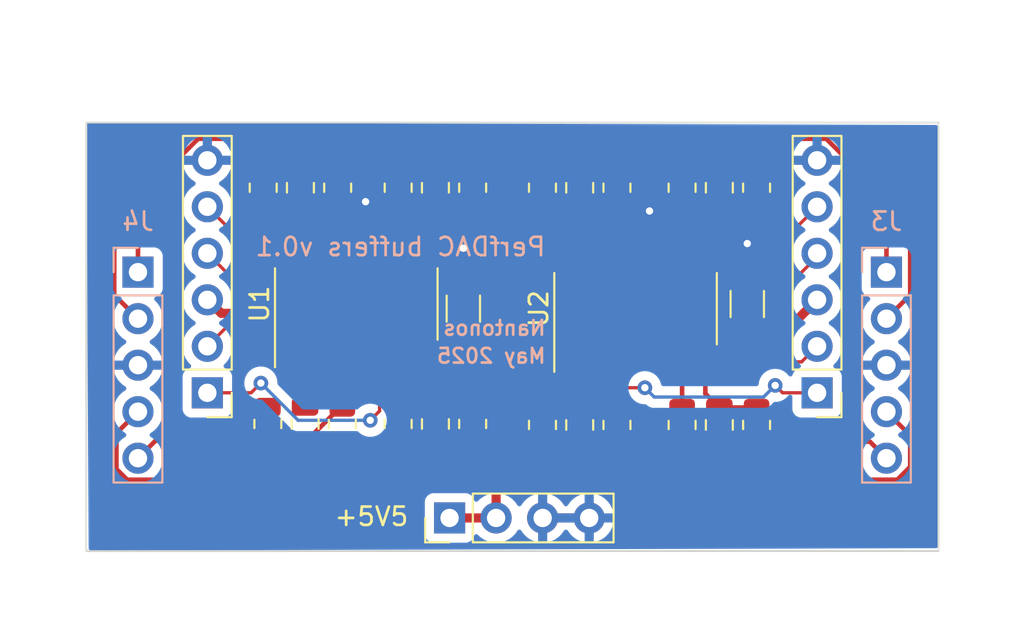
<source format=kicad_pcb>
(kicad_pcb (version 20240108) (generator "pcbnew") (generator_version "8.0")
  (layers (0 "F.Cu" signal) (31 "B.Cu" signal) (34 "B.Paste" user) (35 "F.Paste" user) (36 "B.SilkS" user "B.Silkscreen") (37 "F.SilkS" user "F.Silkscreen") (38 "B.Mask" user) (39 "F.Mask" user) (44 "Edge.Cuts" user))
  (net 0 "")
  (net 1 "GND")
  (net 2 "+5V")
  (net 3 "/fb_G")
  (net 4 "VOUT_G")
  (net 5 "/fb_E")
  (net 6 "VOUT_E")
  (net 7 "/c_G")
  (net 8 "/c_E")
  (net 9 "/fb_A")
  (net 10 "/c_A")
  (net 11 "/c_C")
  (net 12 "/fb_C")
  (net 13 "VOUT_C")
  (net 14 "VOUT_A")
  (net 15 "/c_F")
  (net 16 "/fb_F")
  (net 17 "/c_B")
  (net 18 "/fb_B")
  (net 19 "/c_H")
  (net 20 "/fb_H")
  (net 21 "/fb_D")
  (net 22 "/c_D")
  (net 23 "VOUT_F")
  (net 24 "VOUT_D")
  (net 25 "VOUT_H")
  (net 26 "VOUT_B")
  (net 27 "out_B")
  (net 28 "out_D")
  (net 29 "out_H")
  (net 30 "out_F")
  (net 31 "out_A")
  (net 32 "out_C")
  (net 33 "out_G")
  (net 34 "out_E")
  (footprint "Resistor_SMD:R_0805_2012Metric" (layer "F.Cu") (at 83.82 63.754 -90)
    (property "Reference" "R11" (hide yes))
    (property "Value" "4k7")
    (pad "1" smd roundrect (at -0.9125 0 270) (size 1.025 1.4) (layers "F.Cu" "F.Paste" "F.Mask") (roundrect_rratio 0.243902) (net 16 "/fb_F"))
    (pad "2" smd roundrect (at 0.9125 0 270) (size 1.025 1.4) (layers "F.Cu" "F.Paste" "F.Mask") (roundrect_rratio 0.243902) (net 30 "out_F"))
  )
  (footprint "Resistor_SMD:R_0805_2012Metric" (layer "F.Cu") (at 83.82 50.8 90)
    (property "Reference" "R12" (hide yes))
    (property "Value" "4k7")
    (pad "1" smd roundrect (at -0.9125 0 90) (size 1.025 1.4) (layers "F.Cu" "F.Paste" "F.Mask") (roundrect_rratio 0.243902) (net 18 "/fb_B"))
    (pad "2" smd roundrect (at 0.9125 0 90) (size 1.025 1.4) (layers "F.Cu" "F.Paste" "F.Mask") (roundrect_rratio 0.243902) (net 27 "out_B"))
  )
  (footprint "EuroRackTools:SOIC-14_3.9x8.7mm_P1.27mm" (layer "F.Cu") (at 84.836 57.404)
    (property "Reference" "U2" (at -5.28 0 90) (layer "F.SilkS"))
    (property "Value" "OPA4340UA")
    (pad "1" smd roundrect (at -3.81 2.475 90) (size 1.95 0.6) (layers "F.Cu" "F.Paste" "F.Mask") (net 15 "/c_F"))
    (pad "2" smd roundrect (at -2.54 2.475 90) (size 1.95 0.6) (layers "F.Cu" "F.Paste" "F.Mask") (net 16 "/fb_F"))
    (pad "3" smd roundrect (at -1.27 2.475 90) (size 1.95 0.6) (layers "F.Cu" "F.Paste" "F.Mask") (net 23 "VOUT_F"))
    (pad "4" smd roundrect (at 0 2.475 90) (size 1.95 0.6) (layers "F.Cu" "F.Paste" "F.Mask") (net 2 "+5V"))
    (pad "5" smd roundrect (at 1.27 2.475 90) (size 1.95 0.6) (layers "F.Cu" "F.Paste" "F.Mask") (net 25 "VOUT_H"))
    (pad "6" smd roundrect (at 2.54 2.475 90) (size 1.95 0.6) (layers "F.Cu" "F.Paste" "F.Mask") (net 20 "/fb_H"))
    (pad "7" smd roundrect (at 3.81 2.475 90) (size 1.95 0.6) (layers "F.Cu" "F.Paste" "F.Mask") (net 19 "/c_H"))
    (pad "8" smd roundrect (at 3.81 -2.475 90) (size 1.95 0.6) (layers "F.Cu" "F.Paste" "F.Mask") (net 22 "/c_D"))
    (pad "9" smd roundrect (at 2.54 -2.475 90) (size 1.95 0.6) (layers "F.Cu" "F.Paste" "F.Mask") (net 21 "/fb_D"))
    (pad "10" smd roundrect (at 1.27 -2.475 90) (size 1.95 0.6) (layers "F.Cu" "F.Paste" "F.Mask") (net 24 "VOUT_D"))
    (pad "11" smd roundrect (at 0 -2.475 90) (size 1.95 0.6) (layers "F.Cu" "F.Paste" "F.Mask") (net 1 "GND"))
    (pad "12" smd roundrect (at -1.27 -2.475 90) (size 1.95 0.6) (layers "F.Cu" "F.Paste" "F.Mask") (net 26 "VOUT_B"))
    (pad "13" smd roundrect (at -2.54 -2.475 90) (size 1.95 0.6) (layers "F.Cu" "F.Paste" "F.Mask") (net 18 "/fb_B"))
    (pad "14" smd roundrect (at -3.81 -2.475 90) (size 1.95 0.6) (layers "F.Cu" "F.Paste" "F.Mask") (net 17 "/c_B"))
  )
  (footprint "Capacitor_SMD:C_0805_2012Metric" (layer "F.Cu") (at 89.408 50.8 90)
    (property "Reference" "C13" (hide yes))
    (property "Value" "100pF")
    (pad "1" smd roundrect (at -0.95 0 90) (size 1 1.45) (layers "F.Cu" "F.Paste" "F.Mask") (net 22 "/c_D"))
    (pad "2" smd roundrect (at 0.95 0 90) (size 1 1.45) (layers "F.Cu" "F.Paste" "F.Mask") (net 21 "/fb_D"))
  )
  (footprint "Resistor_SMD:R_0805_2012Metric" (layer "F.Cu") (at 71.882 63.7 -90)
    (property "Reference" "R5" (hide yes))
    (property "Value" "4k7")
    (pad "1" smd roundrect (at -0.9125 0 270) (size 1.025 1.4) (layers "F.Cu" "F.Paste" "F.Mask") (roundrect_rratio 0.243902) (net 5 "/fb_E"))
    (pad "2" smd roundrect (at 0.9125 0 270) (size 1.025 1.4) (layers "F.Cu" "F.Paste" "F.Mask") (roundrect_rratio 0.243902) (net 34 "out_E"))
  )
  (footprint "Connector_PinHeader_2.54mm:PinHeader_1x06_P2.54mm_Vertical" (layer "F.Cu") (at 61.468 62 180)
    (property "Reference" "J1" (hide yes))
    (property "Value" "Conn_01x06_Pin")
    (pad "1" thru_hole rect (at 0 0 180) (size 1.7 1.7) (drill 1) (layers "*.Cu" "*.Mask" "In1.Cu" "In2.Cu" "In3.Cu" "In4.Cu" "In5.Cu" "In6.Cu" "In7.Cu" "In8.Cu" "In9.Cu" "In10.Cu" "In11.Cu" "In12.Cu" "In13.Cu" "In14.Cu" "In15.Cu" "In16.Cu" "In17.Cu" "In18.Cu" "In19.Cu" "In20.Cu" "In21.Cu" "In22.Cu" "In23.Cu" "In24.Cu" "In25.Cu" "In26.Cu" "In27.Cu" "In28.Cu" "In29.Cu" "In30.Cu") (net 6 "VOUT_E"))
    (pad "2" thru_hole oval (at 0 2.54 180) (size 1.7 1.7) (drill 1) (layers "*.Cu" "*.Mask" "In1.Cu" "In2.Cu" "In3.Cu" "In4.Cu" "In5.Cu" "In6.Cu" "In7.Cu" "In8.Cu" "In9.Cu" "In10.Cu" "In11.Cu" "In12.Cu" "In13.Cu" "In14.Cu" "In15.Cu" "In16.Cu" "In17.Cu" "In18.Cu" "In19.Cu" "In20.Cu" "In21.Cu" "In22.Cu" "In23.Cu" "In24.Cu" "In25.Cu" "In26.Cu" "In27.Cu" "In28.Cu" "In29.Cu" "In30.Cu") (net 4 "VOUT_G"))
    (pad "3" thru_hole oval (at 0 5.08 180) (size 1.7 1.7) (drill 1) (layers "*.Cu" "*.Mask" "In1.Cu" "In2.Cu" "In3.Cu" "In4.Cu" "In5.Cu" "In6.Cu" "In7.Cu" "In8.Cu" "In9.Cu" "In10.Cu" "In11.Cu" "In12.Cu" "In13.Cu" "In14.Cu" "In15.Cu" "In16.Cu" "In17.Cu" "In18.Cu" "In19.Cu" "In20.Cu" "In21.Cu" "In22.Cu" "In23.Cu" "In24.Cu" "In25.Cu" "In26.Cu" "In27.Cu" "In28.Cu" "In29.Cu" "In30.Cu") (net 2 "+5V"))
    (pad "4" thru_hole oval (at 0 7.62 180) (size 1.7 1.7) (drill 1) (layers "*.Cu" "*.Mask" "In1.Cu" "In2.Cu" "In3.Cu" "In4.Cu" "In5.Cu" "In6.Cu" "In7.Cu" "In8.Cu" "In9.Cu" "In10.Cu" "In11.Cu" "In12.Cu" "In13.Cu" "In14.Cu" "In15.Cu" "In16.Cu" "In17.Cu" "In18.Cu" "In19.Cu" "In20.Cu" "In21.Cu" "In22.Cu" "In23.Cu" "In24.Cu" "In25.Cu" "In26.Cu" "In27.Cu" "In28.Cu" "In29.Cu" "In30.Cu") (net 14 "VOUT_A"))
    (pad "5" thru_hole oval (at 0 10.16 180) (size 1.7 1.7) (drill 1) (layers "*.Cu" "*.Mask" "In1.Cu" "In2.Cu" "In3.Cu" "In4.Cu" "In5.Cu" "In6.Cu" "In7.Cu" "In8.Cu" "In9.Cu" "In10.Cu" "In11.Cu" "In12.Cu" "In13.Cu" "In14.Cu" "In15.Cu" "In16.Cu" "In17.Cu" "In18.Cu" "In19.Cu" "In20.Cu" "In21.Cu" "In22.Cu" "In23.Cu" "In24.Cu" "In25.Cu" "In26.Cu" "In27.Cu" "In28.Cu" "In29.Cu" "In30.Cu") (net 13 "VOUT_C"))
    (pad "6" thru_hole oval (at 0 12.7 180) (size 1.7 1.7) (drill 1) (layers "*.Cu" "*.Mask" "In1.Cu" "In2.Cu" "In3.Cu" "In4.Cu" "In5.Cu" "In6.Cu" "In7.Cu" "In8.Cu" "In9.Cu" "In10.Cu" "In11.Cu" "In12.Cu" "In13.Cu" "In14.Cu" "In15.Cu" "In16.Cu" "In17.Cu" "In18.Cu" "In19.Cu" "In20.Cu" "In21.Cu" "In22.Cu" "In23.Cu" "In24.Cu" "In25.Cu" "In26.Cu" "In27.Cu" "In28.Cu" "In29.Cu" "In30.Cu") (net 1 "GND"))
  )
  (footprint "Resistor_SMD:R_0805_2012Metric" (layer "F.Cu") (at 71.882 50.8 90)
    (property "Reference" "R7" (hide yes))
    (property "Value" "4k7")
    (pad "1" smd roundrect (at -0.9125 0 90) (size 1.025 1.4) (layers "F.Cu" "F.Paste" "F.Mask") (roundrect_rratio 0.243902) (net 9 "/fb_A"))
    (pad "2" smd roundrect (at 0.9125 0 90) (size 1.025 1.4) (layers "F.Cu" "F.Paste" "F.Mask") (roundrect_rratio 0.243902) (net 31 "out_A"))
  )
  (footprint "Resistor_SMD:R_0805_2012Metric" (layer "F.Cu") (at 64.77 63.7 -90)
    (property "Reference" "R3" (hide yes))
    (property "Value" "47R")
    (pad "1" smd roundrect (at -0.9125 0 270) (size 1.025 1.4) (layers "F.Cu" "F.Paste" "F.Mask") (roundrect_rratio 0.243902) (net 7 "/c_G"))
    (pad "2" smd roundrect (at 0.9125 0 270) (size 1.025 1.4) (layers "F.Cu" "F.Paste" "F.Mask") (roundrect_rratio 0.243902) (net 33 "out_G"))
  )
  (footprint "Resistor_SMD:R_0805_2012Metric" (layer "F.Cu") (at 68.834 63.7 -90)
    (property "Reference" "R4" (hide yes))
    (property "Value" "4k7")
    (pad "1" smd roundrect (at -0.9125 0 270) (size 1.025 1.4) (layers "F.Cu" "F.Paste" "F.Mask") (roundrect_rratio 0.243902) (net 3 "/fb_G"))
    (pad "2" smd roundrect (at 0.9125 0 270) (size 1.025 1.4) (layers "F.Cu" "F.Paste" "F.Mask") (roundrect_rratio 0.243902) (net 33 "out_G"))
  )
  (footprint "Resistor_SMD:R_0805_2012Metric" (layer "F.Cu") (at 68.58 50.8 90)
    (property "Reference" "R8" (hide yes))
    (property "Value" "4k7")
    (pad "1" smd roundrect (at -0.9125 0 90) (size 1.025 1.4) (layers "F.Cu" "F.Paste" "F.Mask") (roundrect_rratio 0.243902) (net 12 "/fb_C"))
    (pad "2" smd roundrect (at 0.9125 0 90) (size 1.025 1.4) (layers "F.Cu" "F.Paste" "F.Mask") (roundrect_rratio 0.243902) (net 32 "out_C"))
  )
  (footprint "Resistor_SMD:R_0805_2012Metric" (layer "F.Cu") (at 75.946 50.8 90)
    (property "Reference" "R9" (hide yes))
    (property "Value" "47R")
    (pad "1" smd roundrect (at -0.9125 0 90) (size 1.025 1.4) (layers "F.Cu" "F.Paste" "F.Mask") (roundrect_rratio 0.243902) (net 10 "/c_A"))
    (pad "2" smd roundrect (at 0.9125 0 90) (size 1.025 1.4) (layers "F.Cu" "F.Paste" "F.Mask") (roundrect_rratio 0.243902) (net 31 "out_A"))
  )
  (footprint "Capacitor_SMD:C_0805_2012Metric" (layer "F.Cu") (at 66.548 50.8 90)
    (property "Reference" "C9" (hide yes))
    (property "Value" "100pF")
    (pad "1" smd roundrect (at -0.95 0 90) (size 1 1.45) (layers "F.Cu" "F.Paste" "F.Mask") (net 11 "/c_C"))
    (pad "2" smd roundrect (at 0.95 0 90) (size 1 1.45) (layers "F.Cu" "F.Paste" "F.Mask") (net 12 "/fb_C"))
  )
  (footprint "Capacitor_SMD:C_0805_2012Metric" (layer "F.Cu") (at 73.914 50.8 90)
    (property "Reference" "C8" (hide yes))
    (property "Value" "100pF")
    (pad "1" smd roundrect (at -0.95 0 90) (size 1 1.45) (layers "F.Cu" "F.Paste" "F.Mask") (net 10 "/c_A"))
    (pad "2" smd roundrect (at 0.95 0 90) (size 1 1.45) (layers "F.Cu" "F.Paste" "F.Mask") (net 9 "/fb_A"))
  )
  (footprint "Resistor_SMD:R_0805_2012Metric" (layer "F.Cu") (at 79.756 50.8 90)
    (property "Reference" "R16" (hide yes))
    (property "Value" "47R")
    (pad "1" smd roundrect (at -0.9125 0 90) (size 1.025 1.4) (layers "F.Cu" "F.Paste" "F.Mask") (roundrect_rratio 0.243902) (net 17 "/c_B"))
    (pad "2" smd roundrect (at 0.9125 0 90) (size 1.025 1.4) (layers "F.Cu" "F.Paste" "F.Mask") (roundrect_rratio 0.243902) (net 27 "out_B"))
  )
  (footprint "Capacitor_SMD:C_1206_3216Metric_Pad1.33x1.80mm_HandSolder" (layer "F.Cu") (at 90.932 57.15 90)
    (property "Reference" "C14" (hide yes))
    (property "Value" "100nF")
    (pad "1" smd roundrect (at -1.5625 0 90) (size 1.325 1.8) (layers "F.Cu" "F.Paste" "F.Mask") (roundrect_rratio 0.188679) (net 2 "+5V"))
    (pad "2" smd roundrect (at 1.5625 0 90) (size 1.325 1.8) (layers "F.Cu" "F.Paste" "F.Mask") (roundrect_rratio 0.188679) (net 1 "GND"))
  )
  (footprint "Capacitor_SMD:C_0805_2012Metric" (layer "F.Cu") (at 81.788 50.8 90)
    (property "Reference" "C11" (hide yes))
    (property "Value" "100pF")
    (pad "1" smd roundrect (at -0.95 0 90) (size 1 1.45) (layers "F.Cu" "F.Paste" "F.Mask") (net 17 "/c_B"))
    (pad "2" smd roundrect (at 0.95 0 90) (size 1 1.45) (layers "F.Cu" "F.Paste" "F.Mask") (net 18 "/fb_B"))
  )
  (footprint "Resistor_SMD:R_0805_2012Metric" (layer "F.Cu") (at 91.44 50.8 90)
    (property "Reference" "R18" (hide yes))
    (property "Value" "47R")
    (pad "1" smd roundrect (at -0.9125 0 90) (size 1.025 1.4) (layers "F.Cu" "F.Paste" "F.Mask") (roundrect_rratio 0.243902) (net 22 "/c_D"))
    (pad "2" smd roundrect (at 0.9125 0 90) (size 1.025 1.4) (layers "F.Cu" "F.Paste" "F.Mask") (roundrect_rratio 0.243902) (net 28 "out_D"))
  )
  (footprint "Resistor_SMD:R_0805_2012Metric" (layer "F.Cu") (at 91.44 63.754 -90)
    (property "Reference" "R17" (hide yes))
    (property "Value" "47R")
    (pad "1" smd roundrect (at -0.9125 0 270) (size 1.025 1.4) (layers "F.Cu" "F.Paste" "F.Mask") (roundrect_rratio 0.243902) (net 19 "/c_H"))
    (pad "2" smd roundrect (at 0.9125 0 270) (size 1.025 1.4) (layers "F.Cu" "F.Paste" "F.Mask") (roundrect_rratio 0.243902) (net 29 "out_H"))
  )
  (footprint "Resistor_SMD:R_0805_2012Metric" (layer "F.Cu") (at 87.376 63.754 -90)
    (property "Reference" "R13" (hide yes))
    (property "Value" "4k7")
    (pad "1" smd roundrect (at -0.9125 0 270) (size 1.025 1.4) (layers "F.Cu" "F.Paste" "F.Mask") (roundrect_rratio 0.243902) (net 20 "/fb_H"))
    (pad "2" smd roundrect (at 0.9125 0 270) (size 1.025 1.4) (layers "F.Cu" "F.Paste" "F.Mask") (roundrect_rratio 0.243902) (net 29 "out_H"))
  )
  (footprint "Capacitor_SMD:C_0805_2012Metric" (layer "F.Cu") (at 89.408 63.754 -90)
    (property "Reference" "C12" (hide yes))
    (property "Value" "100pF")
    (pad "1" smd roundrect (at -0.95 0 270) (size 1 1.45) (layers "F.Cu" "F.Paste" "F.Mask") (net 19 "/c_H"))
    (pad "2" smd roundrect (at 0.95 0 270) (size 1 1.45) (layers "F.Cu" "F.Paste" "F.Mask") (net 20 "/fb_H"))
  )
  (footprint "Resistor_SMD:R_0805_2012Metric" (layer "F.Cu") (at 87.376 50.8 90)
    (property "Reference" "R14" (hide yes))
    (property "Value" "4k7")
    (pad "1" smd roundrect (at -0.9125 0 90) (size 1.025 1.4) (layers "F.Cu" "F.Paste" "F.Mask") (roundrect_rratio 0.243902) (net 21 "/fb_D"))
    (pad "2" smd roundrect (at 0.9125 0 90) (size 1.025 1.4) (layers "F.Cu" "F.Paste" "F.Mask") (roundrect_rratio 0.243902) (net 28 "out_D"))
  )
  (footprint "Capacitor_SMD:C_0805_2012Metric" (layer "F.Cu") (at 81.788 63.754 -90)
    (property "Reference" "C10" (hide yes))
    (property "Value" "100pF")
    (pad "1" smd roundrect (at -0.95 0 270) (size 1 1.45) (layers "F.Cu" "F.Paste" "F.Mask") (net 15 "/c_F"))
    (pad "2" smd roundrect (at 0.95 0 270) (size 1 1.45) (layers "F.Cu" "F.Paste" "F.Mask") (net 16 "/fb_F"))
  )
  (footprint "Resistor_SMD:R_0805_2012Metric" (layer "F.Cu") (at 75.946 63.7 -90)
    (property "Reference" "R6" (hide yes))
    (property "Value" "47R")
    (pad "1" smd roundrect (at -0.9125 0 270) (size 1.025 1.4) (layers "F.Cu" "F.Paste" "F.Mask") (roundrect_rratio 0.243902) (net 8 "/c_E"))
    (pad "2" smd roundrect (at 0.9125 0 270) (size 1.025 1.4) (layers "F.Cu" "F.Paste" "F.Mask") (roundrect_rratio 0.243902) (net 34 "out_E"))
  )
  (footprint "EuroRackTools:SOIC-14_3.9x8.7mm_P1.27mm" (layer "F.Cu") (at 69.596 57.15)
    (property "Reference" "U1" (at -5.28 0 90) (layer "F.SilkS"))
    (property "Value" "OPA4340UA")
    (pad "1" smd roundrect (at -3.81 2.475 90) (size 1.95 0.6) (layers "F.Cu" "F.Paste" "F.Mask") (net 7 "/c_G"))
    (pad "2" smd roundrect (at -2.54 2.475 90) (size 1.95 0.6) (layers "F.Cu" "F.Paste" "F.Mask") (net 3 "/fb_G"))
    (pad "3" smd roundrect (at -1.27 2.475 90) (size 1.95 0.6) (layers "F.Cu" "F.Paste" "F.Mask") (net 4 "VOUT_G"))
    (pad "4" smd roundrect (at 0 2.475 90) (size 1.95 0.6) (layers "F.Cu" "F.Paste" "F.Mask") (net 2 "+5V"))
    (pad "5" smd roundrect (at 1.27 2.475 90) (size 1.95 0.6) (layers "F.Cu" "F.Paste" "F.Mask") (net 6 "VOUT_E"))
    (pad "6" smd roundrect (at 2.54 2.475 90) (size 1.95 0.6) (layers "F.Cu" "F.Paste" "F.Mask") (net 5 "/fb_E"))
    (pad "7" smd roundrect (at 3.81 2.475 90) (size 1.95 0.6) (layers "F.Cu" "F.Paste" "F.Mask") (net 8 "/c_E"))
    (pad "8" smd roundrect (at 3.81 -2.475 90) (size 1.95 0.6) (layers "F.Cu" "F.Paste" "F.Mask") (net 10 "/c_A"))
    (pad "9" smd roundrect (at 2.54 -2.475 90) (size 1.95 0.6) (layers "F.Cu" "F.Paste" "F.Mask") (net 9 "/fb_A"))
    (pad "10" smd roundrect (at 1.27 -2.475 90) (size 1.95 0.6) (layers "F.Cu" "F.Paste" "F.Mask") (net 14 "VOUT_A"))
    (pad "11" smd roundrect (at 0 -2.475 90) (size 1.95 0.6) (layers "F.Cu" "F.Paste" "F.Mask") (net 1 "GND"))
    (pad "12" smd roundrect (at -1.27 -2.475 90) (size 1.95 0.6) (layers "F.Cu" "F.Paste" "F.Mask") (net 13 "VOUT_C"))
    (pad "13" smd roundrect (at -2.54 -2.475 90) (size 1.95 0.6) (layers "F.Cu" "F.Paste" "F.Mask") (net 12 "/fb_C"))
    (pad "14" smd roundrect (at -3.81 -2.475 90) (size 1.95 0.6) (layers "F.Cu" "F.Paste" "F.Mask") (net 11 "/c_C"))
  )
  (footprint "Capacitor_SMD:C_0805_2012Metric" (layer "F.Cu") (at 66.802 63.7 -90)
    (property "Reference" "C5" (hide yes))
    (property "Value" "100pF")
    (pad "1" smd roundrect (at -0.95 0 270) (size 1 1.45) (layers "F.Cu" "F.Paste" "F.Mask") (net 7 "/c_G"))
    (pad "2" smd roundrect (at 0.95 0 270) (size 1 1.45) (layers "F.Cu" "F.Paste" "F.Mask") (net 3 "/fb_G"))
  )
  (footprint "Resistor_SMD:R_0805_2012Metric" (layer "F.Cu") (at 79.756 63.754 -90)
    (property "Reference" "R15" (hide yes))
    (property "Value" "47R")
    (pad "1" smd roundrect (at -0.9125 0 270) (size 1.025 1.4) (layers "F.Cu" "F.Paste" "F.Mask") (roundrect_rratio 0.243902) (net 15 "/c_F"))
    (pad "2" smd roundrect (at 0.9125 0 270) (size 1.025 1.4) (layers "F.Cu" "F.Paste" "F.Mask") (roundrect_rratio 0.243902) (net 30 "out_F"))
  )
  (footprint "Connector_PinHeader_2.54mm:PinHeader_1x04_P2.54mm_Vertical" (layer "F.Cu") (at 74.686 68.834 90)
    (property "Reference" "PWR1" (hide yes))
    (property "Value" "Conn_01x04_Pin")
    (pad "1" thru_hole rect (at 0 0 90) (size 1.7 1.7) (drill 1) (layers "*.Cu" "*.Mask" "In1.Cu" "In2.Cu" "In3.Cu" "In4.Cu" "In5.Cu" "In6.Cu" "In7.Cu" "In8.Cu" "In9.Cu" "In10.Cu" "In11.Cu" "In12.Cu" "In13.Cu" "In14.Cu" "In15.Cu" "In16.Cu" "In17.Cu" "In18.Cu" "In19.Cu" "In20.Cu" "In21.Cu" "In22.Cu" "In23.Cu" "In24.Cu" "In25.Cu" "In26.Cu" "In27.Cu" "In28.Cu" "In29.Cu" "In30.Cu") (net 2 "+5V"))
    (pad "2" thru_hole oval (at 0 2.54 90) (size 1.7 1.7) (drill 1) (layers "*.Cu" "*.Mask" "In1.Cu" "In2.Cu" "In3.Cu" "In4.Cu" "In5.Cu" "In6.Cu" "In7.Cu" "In8.Cu" "In9.Cu" "In10.Cu" "In11.Cu" "In12.Cu" "In13.Cu" "In14.Cu" "In15.Cu" "In16.Cu" "In17.Cu" "In18.Cu" "In19.Cu" "In20.Cu" "In21.Cu" "In22.Cu" "In23.Cu" "In24.Cu" "In25.Cu" "In26.Cu" "In27.Cu" "In28.Cu" "In29.Cu" "In30.Cu") (net 2 "+5V"))
    (pad "3" thru_hole oval (at 0 5.08 90) (size 1.7 1.7) (drill 1) (layers "*.Cu" "*.Mask" "In1.Cu" "In2.Cu" "In3.Cu" "In4.Cu" "In5.Cu" "In6.Cu" "In7.Cu" "In8.Cu" "In9.Cu" "In10.Cu" "In11.Cu" "In12.Cu" "In13.Cu" "In14.Cu" "In15.Cu" "In16.Cu" "In17.Cu" "In18.Cu" "In19.Cu" "In20.Cu" "In21.Cu" "In22.Cu" "In23.Cu" "In24.Cu" "In25.Cu" "In26.Cu" "In27.Cu" "In28.Cu" "In29.Cu" "In30.Cu") (net 1 "GND"))
    (pad "4" thru_hole oval (at 0 7.62 90) (size 1.7 1.7) (drill 1) (layers "*.Cu" "*.Mask" "In1.Cu" "In2.Cu" "In3.Cu" "In4.Cu" "In5.Cu" "In6.Cu" "In7.Cu" "In8.Cu" "In9.Cu" "In10.Cu" "In11.Cu" "In12.Cu" "In13.Cu" "In14.Cu" "In15.Cu" "In16.Cu" "In17.Cu" "In18.Cu" "In19.Cu" "In20.Cu" "In21.Cu" "In22.Cu" "In23.Cu" "In24.Cu" "In25.Cu" "In26.Cu" "In27.Cu" "In28.Cu" "In29.Cu" "In30.Cu") (net 1 "GND"))
  )
  (footprint "Capacitor_SMD:C_1206_3216Metric_Pad1.33x1.80mm_HandSolder" (layer "F.Cu") (at 75.438 57.404 90)
    (property "Reference" "C6" (hide yes))
    (property "Value" "100nF")
    (pad "1" smd roundrect (at -1.5625 0 90) (size 1.325 1.8) (layers "F.Cu" "F.Paste" "F.Mask") (roundrect_rratio 0.188679) (net 2 "+5V"))
    (pad "2" smd roundrect (at 1.5625 0 90) (size 1.325 1.8) (layers "F.Cu" "F.Paste" "F.Mask") (roundrect_rratio 0.188679) (net 1 "GND"))
  )
  (footprint "Connector_PinHeader_2.54mm:PinHeader_1x06_P2.54mm_Vertical" (layer "F.Cu") (at 94.742 62 180)
    (property "Reference" "J2" (hide yes))
    (property "Value" "Conn_01x06_Pin")
    (pad "1" thru_hole rect (at 0 0 180) (size 1.7 1.7) (drill 1) (layers "*.Cu" "*.Mask" "In1.Cu" "In2.Cu" "In3.Cu" "In4.Cu" "In5.Cu" "In6.Cu" "In7.Cu" "In8.Cu" "In9.Cu" "In10.Cu" "In11.Cu" "In12.Cu" "In13.Cu" "In14.Cu" "In15.Cu" "In16.Cu" "In17.Cu" "In18.Cu" "In19.Cu" "In20.Cu" "In21.Cu" "In22.Cu" "In23.Cu" "In24.Cu" "In25.Cu" "In26.Cu" "In27.Cu" "In28.Cu" "In29.Cu" "In30.Cu") (net 23 "VOUT_F"))
    (pad "2" thru_hole oval (at 0 2.54 180) (size 1.7 1.7) (drill 1) (layers "*.Cu" "*.Mask" "In1.Cu" "In2.Cu" "In3.Cu" "In4.Cu" "In5.Cu" "In6.Cu" "In7.Cu" "In8.Cu" "In9.Cu" "In10.Cu" "In11.Cu" "In12.Cu" "In13.Cu" "In14.Cu" "In15.Cu" "In16.Cu" "In17.Cu" "In18.Cu" "In19.Cu" "In20.Cu" "In21.Cu" "In22.Cu" "In23.Cu" "In24.Cu" "In25.Cu" "In26.Cu" "In27.Cu" "In28.Cu" "In29.Cu" "In30.Cu") (net 25 "VOUT_H"))
    (pad "3" thru_hole oval (at 0 5.08 180) (size 1.7 1.7) (drill 1) (layers "*.Cu" "*.Mask" "In1.Cu" "In2.Cu" "In3.Cu" "In4.Cu" "In5.Cu" "In6.Cu" "In7.Cu" "In8.Cu" "In9.Cu" "In10.Cu" "In11.Cu" "In12.Cu" "In13.Cu" "In14.Cu" "In15.Cu" "In16.Cu" "In17.Cu" "In18.Cu" "In19.Cu" "In20.Cu" "In21.Cu" "In22.Cu" "In23.Cu" "In24.Cu" "In25.Cu" "In26.Cu" "In27.Cu" "In28.Cu" "In29.Cu" "In30.Cu") (net 2 "+5V"))
    (pad "4" thru_hole oval (at 0 7.62 180) (size 1.7 1.7) (drill 1) (layers "*.Cu" "*.Mask" "In1.Cu" "In2.Cu" "In3.Cu" "In4.Cu" "In5.Cu" "In6.Cu" "In7.Cu" "In8.Cu" "In9.Cu" "In10.Cu" "In11.Cu" "In12.Cu" "In13.Cu" "In14.Cu" "In15.Cu" "In16.Cu" "In17.Cu" "In18.Cu" "In19.Cu" "In20.Cu" "In21.Cu" "In22.Cu" "In23.Cu" "In24.Cu" "In25.Cu" "In26.Cu" "In27.Cu" "In28.Cu" "In29.Cu" "In30.Cu") (net 26 "VOUT_B"))
    (pad "5" thru_hole oval (at 0 10.16 180) (size 1.7 1.7) (drill 1) (layers "*.Cu" "*.Mask" "In1.Cu" "In2.Cu" "In3.Cu" "In4.Cu" "In5.Cu" "In6.Cu" "In7.Cu" "In8.Cu" "In9.Cu" "In10.Cu" "In11.Cu" "In12.Cu" "In13.Cu" "In14.Cu" "In15.Cu" "In16.Cu" "In17.Cu" "In18.Cu" "In19.Cu" "In20.Cu" "In21.Cu" "In22.Cu" "In23.Cu" "In24.Cu" "In25.Cu" "In26.Cu" "In27.Cu" "In28.Cu" "In29.Cu" "In30.Cu") (net 24 "VOUT_D"))
    (pad "6" thru_hole oval (at 0 12.7 180) (size 1.7 1.7) (drill 1) (layers "*.Cu" "*.Mask" "In1.Cu" "In2.Cu" "In3.Cu" "In4.Cu" "In5.Cu" "In6.Cu" "In7.Cu" "In8.Cu" "In9.Cu" "In10.Cu" "In11.Cu" "In12.Cu" "In13.Cu" "In14.Cu" "In15.Cu" "In16.Cu" "In17.Cu" "In18.Cu" "In19.Cu" "In20.Cu" "In21.Cu" "In22.Cu" "In23.Cu" "In24.Cu" "In25.Cu" "In26.Cu" "In27.Cu" "In28.Cu" "In29.Cu" "In30.Cu") (net 1 "GND"))
  )
  (footprint "Resistor_SMD:R_0805_2012Metric" (layer "F.Cu") (at 64.516 50.8 90)
    (property "Reference" "R10" (hide yes))
    (property "Value" "47R")
    (pad "1" smd roundrect (at -0.9125 0 90) (size 1.025 1.4) (layers "F.Cu" "F.Paste" "F.Mask") (roundrect_rratio 0.243902) (net 11 "/c_C"))
    (pad "2" smd roundrect (at 0.9125 0 90) (size 1.025 1.4) (layers "F.Cu" "F.Paste" "F.Mask") (roundrect_rratio 0.243902) (net 32 "out_C"))
  )
  (footprint "Capacitor_SMD:C_0805_2012Metric" (layer "F.Cu") (at 73.914 63.7 -90)
    (property "Reference" "C7" (hide yes))
    (property "Value" "100pF")
    (pad "1" smd roundrect (at -0.95 0 270) (size 1 1.45) (layers "F.Cu" "F.Paste" "F.Mask") (net 8 "/c_E"))
    (pad "2" smd roundrect (at 0.95 0 270) (size 1 1.45) (layers "F.Cu" "F.Paste" "F.Mask") (net 5 "/fb_E"))
  )
  (footprint "Connector_PinSocket_2.54mm:PinSocket_1x05_P2.54mm_Vertical" (layer "B.Cu") (at 57.683 55.41 180)
    (property "Reference" "J4" (at 0 2.77 0) (layer "B.SilkS") (effects (justify mirror)))
    (property "Value" "Conn_01x05_Socket")
    (pad "1" thru_hole rect (at 0 0 180) (size 1.7 1.7) (drill 1) (layers "*.Cu" "*.Mask" "In1.Cu" "In2.Cu" "In3.Cu" "In4.Cu" "In5.Cu" "In6.Cu" "In7.Cu" "In8.Cu" "In9.Cu" "In10.Cu" "In11.Cu" "In12.Cu" "In13.Cu" "In14.Cu" "In15.Cu" "In16.Cu" "In17.Cu" "In18.Cu" "In19.Cu" "In20.Cu" "In21.Cu" "In22.Cu" "In23.Cu" "In24.Cu" "In25.Cu" "In26.Cu" "In27.Cu" "In28.Cu" "In29.Cu" "In30.Cu") (net 32 "out_C"))
    (pad "2" thru_hole oval (at 0 -2.54 180) (size 1.7 1.7) (drill 1) (layers "*.Cu" "*.Mask" "In1.Cu" "In2.Cu" "In3.Cu" "In4.Cu" "In5.Cu" "In6.Cu" "In7.Cu" "In8.Cu" "In9.Cu" "In10.Cu" "In11.Cu" "In12.Cu" "In13.Cu" "In14.Cu" "In15.Cu" "In16.Cu" "In17.Cu" "In18.Cu" "In19.Cu" "In20.Cu" "In21.Cu" "In22.Cu" "In23.Cu" "In24.Cu" "In25.Cu" "In26.Cu" "In27.Cu" "In28.Cu" "In29.Cu" "In30.Cu") (net 31 "out_A"))
    (pad "3" thru_hole oval (at 0 -5.08 180) (size 1.7 1.7) (drill 1) (layers "*.Cu" "*.Mask" "In1.Cu" "In2.Cu" "In3.Cu" "In4.Cu" "In5.Cu" "In6.Cu" "In7.Cu" "In8.Cu" "In9.Cu" "In10.Cu" "In11.Cu" "In12.Cu" "In13.Cu" "In14.Cu" "In15.Cu" "In16.Cu" "In17.Cu" "In18.Cu" "In19.Cu" "In20.Cu" "In21.Cu" "In22.Cu" "In23.Cu" "In24.Cu" "In25.Cu" "In26.Cu" "In27.Cu" "In28.Cu" "In29.Cu" "In30.Cu") (net 1 "GND"))
    (pad "4" thru_hole oval (at 0 -7.62 180) (size 1.7 1.7) (drill 1) (layers "*.Cu" "*.Mask" "In1.Cu" "In2.Cu" "In3.Cu" "In4.Cu" "In5.Cu" "In6.Cu" "In7.Cu" "In8.Cu" "In9.Cu" "In10.Cu" "In11.Cu" "In12.Cu" "In13.Cu" "In14.Cu" "In15.Cu" "In16.Cu" "In17.Cu" "In18.Cu" "In19.Cu" "In20.Cu" "In21.Cu" "In22.Cu" "In23.Cu" "In24.Cu" "In25.Cu" "In26.Cu" "In27.Cu" "In28.Cu" "In29.Cu" "In30.Cu") (net 34 "out_E"))
    (pad "5" thru_hole oval (at 0 -10.16 180) (size 1.7 1.7) (drill 1) (layers "*.Cu" "*.Mask" "In1.Cu" "In2.Cu" "In3.Cu" "In4.Cu" "In5.Cu" "In6.Cu" "In7.Cu" "In8.Cu" "In9.Cu" "In10.Cu" "In11.Cu" "In12.Cu" "In13.Cu" "In14.Cu" "In15.Cu" "In16.Cu" "In17.Cu" "In18.Cu" "In19.Cu" "In20.Cu" "In21.Cu" "In22.Cu" "In23.Cu" "In24.Cu" "In25.Cu" "In26.Cu" "In27.Cu" "In28.Cu" "In29.Cu" "In30.Cu") (net 33 "out_G"))
  )
  (footprint "Connector_PinSocket_2.54mm:PinSocket_1x05_P2.54mm_Vertical" (layer "B.Cu") (at 98.527 55.41 180)
    (property "Reference" "J3" (at 0 2.77 0) (layer "B.SilkS") (effects (justify mirror)))
    (property "Value" "Conn_01x05_Socket")
    (pad "1" thru_hole rect (at 0 0 180) (size 1.7 1.7) (drill 1) (layers "*.Cu" "*.Mask" "In1.Cu" "In2.Cu" "In3.Cu" "In4.Cu" "In5.Cu" "In6.Cu" "In7.Cu" "In8.Cu" "In9.Cu" "In10.Cu" "In11.Cu" "In12.Cu" "In13.Cu" "In14.Cu" "In15.Cu" "In16.Cu" "In17.Cu" "In18.Cu" "In19.Cu" "In20.Cu" "In21.Cu" "In22.Cu" "In23.Cu" "In24.Cu" "In25.Cu" "In26.Cu" "In27.Cu" "In28.Cu" "In29.Cu" "In30.Cu") (net 28 "out_D"))
    (pad "2" thru_hole oval (at 0 -2.54 180) (size 1.7 1.7) (drill 1) (layers "*.Cu" "*.Mask" "In1.Cu" "In2.Cu" "In3.Cu" "In4.Cu" "In5.Cu" "In6.Cu" "In7.Cu" "In8.Cu" "In9.Cu" "In10.Cu" "In11.Cu" "In12.Cu" "In13.Cu" "In14.Cu" "In15.Cu" "In16.Cu" "In17.Cu" "In18.Cu" "In19.Cu" "In20.Cu" "In21.Cu" "In22.Cu" "In23.Cu" "In24.Cu" "In25.Cu" "In26.Cu" "In27.Cu" "In28.Cu" "In29.Cu" "In30.Cu") (net 27 "out_B"))
    (pad "3" thru_hole oval (at 0 -5.08 180) (size 1.7 1.7) (drill 1) (layers "*.Cu" "*.Mask" "In1.Cu" "In2.Cu" "In3.Cu" "In4.Cu" "In5.Cu" "In6.Cu" "In7.Cu" "In8.Cu" "In9.Cu" "In10.Cu" "In11.Cu" "In12.Cu" "In13.Cu" "In14.Cu" "In15.Cu" "In16.Cu" "In17.Cu" "In18.Cu" "In19.Cu" "In20.Cu" "In21.Cu" "In22.Cu" "In23.Cu" "In24.Cu" "In25.Cu" "In26.Cu" "In27.Cu" "In28.Cu" "In29.Cu" "In30.Cu") (net 1 "GND"))
    (pad "4" thru_hole oval (at 0 -7.62 180) (size 1.7 1.7) (drill 1) (layers "*.Cu" "*.Mask" "In1.Cu" "In2.Cu" "In3.Cu" "In4.Cu" "In5.Cu" "In6.Cu" "In7.Cu" "In8.Cu" "In9.Cu" "In10.Cu" "In11.Cu" "In12.Cu" "In13.Cu" "In14.Cu" "In15.Cu" "In16.Cu" "In17.Cu" "In18.Cu" "In19.Cu" "In20.Cu" "In21.Cu" "In22.Cu" "In23.Cu" "In24.Cu" "In25.Cu" "In26.Cu" "In27.Cu" "In28.Cu" "In29.Cu" "In30.Cu") (net 30 "out_F"))
    (pad "5" thru_hole oval (at 0 -10.16 180) (size 1.7 1.7) (drill 1) (layers "*.Cu" "*.Mask" "In1.Cu" "In2.Cu" "In3.Cu" "In4.Cu" "In5.Cu" "In6.Cu" "In7.Cu" "In8.Cu" "In9.Cu" "In10.Cu" "In11.Cu" "In12.Cu" "In13.Cu" "In14.Cu" "In15.Cu" "In16.Cu" "In17.Cu" "In18.Cu" "In19.Cu" "In20.Cu" "In21.Cu" "In22.Cu" "In23.Cu" "In24.Cu" "In25.Cu" "In26.Cu" "In27.Cu" "In28.Cu" "In29.Cu" "In30.Cu") (net 29 "out_H"))
  )
  (gr_rect (start 54.864 47.244) (end 101.364 70.644) (stroke (width 0.1)) (fill none) (layer "Edge.Cuts"))
  (gr_text "PerfDAC buffers v0.1" (at 80.01 54.61 0) (layer "B.SilkS") (effects (font (size 1 1)) (justify left bottom mirror)))
  (gr_text "May 2025" (at 80.01 60.452 0) (layer "B.SilkS") (effects (font (size 0.8 0.8)) (justify left bottom mirror)))
  (gr_text "Nantonos" (at 80.01 58.928 0) (layer "B.SilkS") (effects (font (size 0.8 0.8)) (justify left bottom mirror)))
  (gr_text "+5V5" (at 68.326 69.342 0) (layer "F.SilkS") (effects (font (size 1 1)) (justify left bottom)))
  (segment (start 75.438 55.8415) (end 75.438 54.102) (width 0.3) (layer "F.Cu") (net 1))
  (segment (start 84.836 53.848) (end 85.598 53.086) (width 0.18) (layer "F.Cu") (net 1))
  (segment (start 70.104 53.086) (end 70.104 51.562) (width 0.18) (layer "F.Cu") (net 1))
  (segment (start 84.836 54.929) (end 84.836 53.848) (width 0.18) (layer "F.Cu") (net 1))
  (segment (start 82.306 68.834) (end 79.766 68.834) (width 0.5) (layer "F.Cu") (net 1))
  (segment (start 69.596 53.594) (end 70.104 53.086) (width 0.18) (layer "F.Cu") (net 1))
  (segment (start 85.598 53.086) (end 85.598 52.07) (width 0.18) (layer "F.Cu") (net 1))
  (segment (start 69.596 54.675) (end 69.596 53.594) (width 0.18) (layer "F.Cu") (net 1))
  (segment (start 90.932 55.5875) (end 90.932 53.848) (width 0.3) (layer "F.Cu") (net 1))
  (via (at 90.932 53.848) (size 0.8) (drill 0.4) (layers "F.Cu" "B.Cu") (net 1))
  (via (at 75.438 54.102) (size 0.8) (drill 0.4) (layers "F.Cu" "B.Cu") (net 1))
  (via (at 85.598 52.07) (size 0.8) (drill 0.4) (layers "F.Cu" "B.Cu") (net 1))
  (via (at 70.104 51.562) (size 0.8) (drill 0.4) (layers "F.Cu" "B.Cu") (net 1))
  (segment (start 84.836 58.42) (end 84.836 59.879) (width 0.3) (layer "F.Cu") (net 2))
  (segment (start 90.3855 58.166) (end 90.932 58.7125) (width 0.18) (layer "F.Cu") (net 2))
  (segment (start 84.836 59.879) (end 84.836 59.182) (width 0.18) (layer "F.Cu") (net 2))
  (segment (start 77.216 57.658) (end 62.23 57.658) (width 0.5) (layer "F.Cu") (net 2))
  (segment (start 77.226 68.834) (end 77.226 57.668) (width 0.5) (layer "F.Cu") (net 2))
  (segment (start 92.9495 58.7125) (end 90.932 58.7125) (width 0.5) (layer "F.Cu") (net 2))
  (segment (start 84.836 59.879) (end 84.836 58.928) (width 0.18) (layer "F.Cu") (net 2))
  (segment (start 84.542931 57.951069) (end 84.455 58.039) (width 0.5) (layer "F.Cu") (net 2))
  (segment (start 69.596 57.912) (end 69.596 59.625) (width 0.3) (layer "F.Cu") (net 2))
  (segment (start 61.492 56.92) (end 62.23 57.658) (width 0.5) (layer "F.Cu") (net 2))
  (segment (start 84.836 57.912) (end 84.836 58.42) (width 0.3) (layer "F.Cu") (net 2))
  (segment (start 77.978 57.658) (end 77.216 57.658) (width 0.5) (layer "F.Cu") (net 2))
  (segment (start 90.170569 57.951069) (end 84.542931 57.951069) (width 0.5) (layer "F.Cu") (net 2))
  (segment (start 75.438 57.912) (end 75.438 58.9665) (width 0.3) (layer "F.Cu") (net 2))
  (segment (start 91.2245 58.42) (end 90.932 58.7125) (width 0.5) (layer "F.Cu") (net 2))
  (segment (start 61.468 56.92) (end 61.492 56.92) (width 0.5) (layer "F.Cu") (net 2))
  (segment (start 74.686 68.834) (end 77.226 68.834) (width 0.5) (layer "F.Cu") (net 2))
  (segment (start 84.074 57.658) (end 84.455 58.039) (width 0.5) (layer "F.Cu") (net 2))
  (segment (start 84.455 58.039) (end 84.836 58.42) (width 0.5) (layer "F.Cu") (net 2))
  (segment (start 77.978 57.658) (end 84.074 57.658) (width 0.5) (layer "F.Cu") (net 2))
  (segment (start 90.932 58.7125) (end 90.170569 57.951069) (width 0.5) (layer "F.Cu") (net 2))
  (segment (start 94.742 56.92) (end 92.9495 58.7125) (width 0.5) (layer "F.Cu") (net 2))
  (segment (start 77.226 57.668) (end 77.216 57.658) (width 0.5) (layer "F.Cu") (net 2))
  (segment (start 68.834 62.8415) (end 68.6645 62.8415) (width 0.25) (layer "F.Cu") (net 3))
  (segment (start 68.6645 62.8415) (end 66.802 64.704) (width 0.25) (layer "F.Cu") (net 3))
  (segment (start 67.056 60.452) (end 68.834 62.23) (width 0.25) (layer "F.Cu") (net 3))
  (segment (start 67.056 59.625) (end 67.056 60.452) (width 0.25) (layer "F.Cu") (net 3))
  (segment (start 62.568 58.36) (end 61.468 59.46) (width 0.18) (layer "F.Cu") (net 4))
  (segment (start 67.504 58.36) (end 62.568 58.36) (width 0.18) (layer "F.Cu") (net 4))
  (segment (start 68.326 59.625) (end 68.326 60.452) (width 0.18) (layer "F.Cu") (net 4))
  (segment (start 68.326 59.182) (end 67.504 58.36) (width 0.18) (layer "F.Cu") (net 4))
  (segment (start 68.326 59.625) (end 68.326 59.182) (width 0.18) (layer "F.Cu") (net 4))
  (segment (start 71.882 62.8415) (end 72.0515 62.8415) (width 0.25) (layer "F.Cu") (net 5))
  (segment (start 72.0515 62.8415) (end 73.914 64.704) (width 0.25) (layer "F.Cu") (net 5))
  (segment (start 72.136 62.5875) (end 71.882 62.8415) (width 0.25) (layer "F.Cu") (net 5))
  (segment (start 72.136 59.625) (end 72.136 62.5875) (width 0.25) (layer "F.Cu") (net 5))
  (segment (start 70.866 59.625) (end 70.866 62.992) (width 0.18) (layer "F.Cu") (net 6))
  (segment (start 61.468 62) (end 63.857 62) (width 0.18) (layer "F.Cu") (net 6))
  (segment (start 63.857 62) (end 64.389 61.468) (width 0.18) (layer "F.Cu") (net 6))
  (segment (start 70.866 62.992) (end 70.358 63.5) (width 0.18) (layer "F.Cu") (net 6))
  (via (at 64.389 61.468) (size 0.8) (drill 0.4) (layers "F.Cu" "B.Cu") (net 6))
  (via (at 70.358 63.5) (size 0.8) (drill 0.4) (layers "F.Cu" "B.Cu") (net 6))
  (segment (start 66.421 63.5) (end 64.389 61.468) (width 0.18) (layer "B.Cu") (net 6))
  (segment (start 70.358 63.5) (end 66.421 63.5) (width 0.18) (layer "B.Cu") (net 6))
  (segment (start 66.7645 62.8415) (end 66.802 62.804) (width 0.25) (layer "F.Cu") (net 7))
  (segment (start 65.786 59.625) (end 65.786 61.788) (width 0.25) (layer "F.Cu") (net 7))
  (segment (start 65.786 61.788) (end 66.802 62.804) (width 0.25) (layer "F.Cu") (net 7))
  (segment (start 73.914 62.804) (end 75.9085 62.804) (width 0.25) (layer "F.Cu") (net 8))
  (segment (start 73.406 59.625) (end 73.406 62.296) (width 0.25) (layer "F.Cu") (net 8))
  (segment (start 73.406 62.296) (end 73.914 62.804) (width 0.25) (layer "F.Cu") (net 8))
  (segment (start 75.9085 62.804) (end 75.946 62.8415) (width 0.25) (layer "F.Cu") (net 8))
  (segment (start 71.882 51.9665) (end 72.0515 51.9665) (width 0.25) (layer "F.Cu") (net 9))
  (segment (start 73.914 49.85) (end 72.0515 51.7125) (width 0.25) (layer "F.Cu") (net 9))
  (segment (start 72.136 52.2205) (end 71.882 51.9665) (width 0.25) (layer "F.Cu") (net 9))
  (segment (start 71.882 54.421) (end 72.136 54.675) (width 0.25) (layer "F.Cu") (net 9))
  (segment (start 72.0515 51.7125) (end 71.882 51.7125) (width 0.25) (layer "F.Cu") (net 9))
  (segment (start 71.882 51.7125) (end 71.882 54.421) (width 0.25) (layer "F.Cu") (net 9))
  (segment (start 73.406 54.675) (end 73.406 52.258) (width 0.25) (layer "F.Cu") (net 10))
  (segment (start 73.406 52.258) (end 73.914 51.75) (width 0.25) (layer "F.Cu") (net 10))
  (segment (start 75.9085 51.75) (end 75.946 51.7125) (width 0.25) (layer "F.Cu") (net 10))
  (segment (start 73.914 51.75) (end 75.9085 51.75) (width 0.25) (layer "F.Cu") (net 10))
  (segment (start 75.9085 52.004) (end 75.946 51.9665) (width 0.25) (layer "F.Cu") (net 10))
  (segment (start 65.786 52.512) (end 66.548 51.75) (width 0.25) (layer "F.Cu") (net 11))
  (segment (start 64.5535 51.75) (end 64.516 51.7125) (width 0.25) (layer "F.Cu") (net 11))
  (segment (start 66.548 51.75) (end 64.5535 51.75) (width 0.25) (layer "F.Cu") (net 11))
  (segment (start 65.786 54.675) (end 65.786 52.512) (width 0.25) (layer "F.Cu") (net 11))
  (segment (start 68.4105 51.7125) (end 68.58 51.7125) (width 0.25) (layer "F.Cu") (net 12))
  (segment (start 67.056 53.2365) (end 67.056 54.675) (width 0.25) (layer "F.Cu") (net 12))
  (segment (start 68.58 51.7125) (end 67.056 53.2365) (width 0.25) (layer "F.Cu") (net 12))
  (segment (start 66.548 49.85) (end 68.4105 51.7125) (width 0.25) (layer "F.Cu") (net 12))
  (segment (start 64.492 54.864) (end 61.468 51.84) (width 0.18) (layer "F.Cu") (net 13))
  (segment (start 68.072 56.134) (end 64.77 56.134) (width 0.18) (layer "F.Cu") (net 13))
  (segment (start 64.77 56.134) (end 64.516 55.88) (width 0.18) (layer "F.Cu") (net 13))
  (segment (start 64.516 55.88) (end 64.516 54.864) (width 0.18) (layer "F.Cu") (net 13))
  (segment (start 68.326 54.675) (end 68.326 55.88) (width 0.18) (layer "F.Cu") (net 13))
  (segment (start 68.326 54.675) (end 68.326 53.848) (width 0.18) (layer "F.Cu") (net 13))
  (segment (start 64.516 54.864) (end 64.492 54.864) (width 0.18) (layer "F.Cu") (net 13))
  (segment (start 68.326 55.88) (end 68.072 56.134) (width 0.18) (layer "F.Cu") (net 13))
  (segment (start 63.5 56.412) (end 61.468 54.38) (width 0.18) (layer "F.Cu") (net 14))
  (segment (start 69.873999 56.642) (end 63.5 56.642) (width 0.18) (layer "F.Cu") (net 14))
  (segment (start 63.5 56.642) (end 63.5 56.412) (width 0.18) (layer "F.Cu") (net 14))
  (segment (start 70.866 54.675) (end 70.866 55.649999) (width 0.18) (layer "F.Cu") (net 14))
  (segment (start 70.866 55.649999) (end 69.873999 56.642) (width 0.18) (layer "F.Cu") (net 14))
  (segment (start 81.026 62.042) (end 81.788 62.804) (width 0.25) (layer "F.Cu") (net 15))
  (segment (start 79.7935 62.804) (end 79.756 62.8415) (width 0.25) (layer "F.Cu") (net 15))
  (segment (start 81.788 62.804) (end 79.7935 62.804) (width 0.25) (layer "F.Cu") (net 15))
  (segment (start 81.026 59.879) (end 81.026 62.042) (width 0.25) (layer "F.Cu") (net 15))
  (segment (start 82.296 61.3175) (end 83.82 62.8415) (width 0.25) (layer "F.Cu") (net 16))
  (segment (start 83.82 62.8415) (end 83.6505 62.8415) (width 0.25) (layer "F.Cu") (net 16))
  (segment (start 82.296 59.879) (end 82.296 61.3175) (width 0.25) (layer "F.Cu") (net 16))
  (segment (start 83.6505 62.8415) (end 81.788 64.704) (width 0.25) (layer "F.Cu") (net 16))
  (segment (start 79.756 51.7125) (end 81.7505 51.7125) (width 0.25) (layer "F.Cu") (net 17))
  (segment (start 81.026 52.512) (end 81.788 51.75) (width 0.25) (layer "F.Cu") (net 17))
  (segment (start 79.7935 51.75) (end 79.756 51.7125) (width 0.25) (layer "F.Cu") (net 17))
  (segment (start 81.026 54.929) (end 81.026 52.512) (width 0.25) (layer "F.Cu") (net 17))
  (segment (start 81.7505 51.7125) (end 81.788 51.75) (width 0.25) (layer "F.Cu") (net 17))
  (segment (start 83.6505 51.7125) (end 83.82 51.7125) (width 0.25) (layer "F.Cu") (net 18))
  (segment (start 82.296 53.2365) (end 83.82 51.7125) (width 0.25) (layer "F.Cu") (net 18))
  (segment (start 82.296 54.929) (end 82.296 53.2365) (width 0.25) (layer "F.Cu") (net 18))
  (segment (start 81.788 49.85) (end 83.6505 51.7125) (width 0.25) (layer "F.Cu") (net 18))
  (segment (start 91.4025 62.804) (end 91.44 62.8415) (width 0.25) (layer "F.Cu") (net 19))
  (segment (start 88.646 59.879) (end 88.646 62.042) (width 0.25) (layer "F.Cu") (net 19))
  (segment (start 88.646 62.042) (end 89.408 62.804) (width 0.25) (layer "F.Cu") (net 19))
  (segment (start 89.408 62.804) (end 91.4025 62.804) (width 0.25) (layer "F.Cu") (net 19))
  (segment (start 87.376 59.879) (end 87.376 62.8415) (width 0.25) (layer "F.Cu") (net 20))
  (segment (start 87.5455 62.8415) (end 89.408 64.704) (width 0.25) (layer "F.Cu") (net 20))
  (segment (start 87.376 62.8415) (end 87.2065 62.8415) (width 0.25) (layer "F.Cu") (net 20))
  (segment (start 87.376 62.8415) (end 87.5455 62.8415) (width 0.25) (layer "F.Cu") (net 20))
  (segment (start 87.376 51.7125) (end 87.5455 51.7125) (width 0.25) (layer "F.Cu") (net 21))
  (segment (start 87.376 54.929) (end 87.376 51.7125) (width 0.25) (layer "F.Cu") (net 21))
  (segment (start 87.5455 51.7125) (end 89.408 49.85) (width 0.25) (layer "F.Cu") (net 21))
  (segment (start 88.646 54.929) (end 88.646 52.512) (width 0.25) (layer "F.Cu") (net 22))
  (segment (start 88.646 52.512) (end 89.408 51.75) (width 0.25) (layer "F.Cu") (net 22))
  (segment (start 89.4455 51.7125) (end 89.408 51.75) (width 0.25) (layer "F.Cu") (net 22))
  (segment (start 91.4025 52.258) (end 91.44 52.2205) (width 0.25) (layer "F.Cu") (net 22))
  (segment (start 91.44 51.7125) (end 89.4455 51.7125) (width 0.25) (layer "F.Cu") (net 22))
  (segment (start 92.861 62) (end 92.456 61.595) (width 0.18) (layer "F.Cu") (net 23))
  (segment (start 83.566 60.96) (end 83.566 59.879) (width 0.18) (layer "F.Cu") (net 23))
  (segment (start 84.328 61.722) (end 83.566 60.96) (width 0.18) (layer "F.Cu") (net 23))
  (segment (start 84.328 61.722) (end 85.344 61.722) (width 0.18) (layer "F.Cu") (net 23))
  (segment (start 94.742 62) (end 92.861 62) (width 0.18) (layer "F.Cu") (net 23))
  (via (at 92.456 61.595) (size 0.8) (drill 0.4) (layers "F.Cu" "B.Cu") (net 23))
  (via (at 85.344 61.722) (size 0.8) (drill 0.4) (layers "F.Cu" "B.Cu") (net 23))
  (segment (start 85.852 62.23) (end 85.344 61.722) (width 0.18) (layer "B.Cu") (net 23))
  (segment (start 85.852 62.23) (end 91.821 62.23) (width 0.18) (layer "B.Cu") (net 23))
  (segment (start 91.821 62.23) (end 92.456 61.595) (width 0.18) (layer "B.Cu") (net 23))
  (segment (start 86.106 54.929) (end 86.106 55.903999) (width 0.18) (layer "F.Cu") (net 24))
  (segment (start 86.106 55.903999) (end 86.844001 56.642) (width 0.18) (layer "F.Cu") (net 24))
  (segment (start 92.202 56.642) (end 92.202 54.38) (width 0.18) (layer "F.Cu") (net 24))
  (segment (start 92.202 54.38) (end 94.742 51.84) (width 0.18) (layer "F.Cu") (net 24))
  (segment (start 86.844001 56.642) (end 92.202 56.642) (width 0.18) (layer "F.Cu") (net 24))
  (segment (start 88.897183 58.443469) (end 90.763714 60.31) (width 0.18) (layer "F.Cu") (net 25))
  (segment (start 90.763714 60.31) (end 93.892 60.31) (width 0.18) (layer "F.Cu") (net 25))
  (segment (start 86.106 58.904001) (end 86.566532 58.443469) (width 0.18) (layer "F.Cu") (net 25))
  (segment (start 93.892 60.31) (end 94.742 59.46) (width 0.18) (layer "F.Cu") (net 25))
  (segment (start 86.106 59.879) (end 86.106 58.904001) (width 0.18) (layer "F.Cu") (net 25))
  (segment (start 86.566532 58.443469) (end 88.897183 58.443469) (width 0.18) (layer "F.Cu") (net 25))
  (segment (start 92.164085 57.15) (end 94.742 54.572085) (width 0.18) (layer "F.Cu") (net 26))
  (segment (start 84.812001 57.15) (end 92.164085 57.15) (width 0.18) (layer "F.Cu") (net 26))
  (segment (start 83.566 54.929) (end 83.566 55.903999) (width 0.18) (layer "F.Cu") (net 26))
  (segment (start 94.742 54.572085) (end 94.742 54.38) (width 0.18) (layer "F.Cu") (net 26))
  (segment (start 83.566 55.903999) (end 84.812001 57.15) (width 0.18) (layer "F.Cu") (net 26))
  (segment (start 99.822 52.068604) (end 99.822 56.655) (width 0.25) (layer "F.Cu") (net 27))
  (segment (start 80.6185 49.025) (end 82.9575 49.025) (width 0.25) (layer "F.Cu") (net 27))
  (segment (start 86.5405 47.675) (end 95.428396 47.675) (width 0.25) (layer "F.Cu") (net 27))
  (segment (start 82.9575 49.025) (end 83.82 49.8875) (width 0.25) (layer "F.Cu") (net 27))
  (segment (start 79.756 49.8875) (end 80.6185 49.025) (width 0.25) (layer "F.Cu") (net 27))
  (segment (start 83.82 49.8875) (end 84.328 49.8875) (width 0.25) (layer "F.Cu") (net 27))
  (segment (start 95.428396 47.675) (end 99.822 52.068604) (width 0.25) (layer "F.Cu") (net 27))
  (segment (start 84.328 49.8875) (end 86.5405 47.675) (width 0.25) (layer "F.Cu") (net 27))
  (segment (start 99.822 56.655) (end 98.527 57.95) (width 0.25) (layer "F.Cu") (net 27))
  (segment (start 91.44 49.8875) (end 93.2025 48.125) (width 0.25) (layer "F.Cu") (net 28))
  (segment (start 88.2385 49.025) (end 90.5775 49.025) (width 0.25) (layer "F.Cu") (net 28))
  (segment (start 87.376 49.8875) (end 88.2385 49.025) (width 0.25) (layer "F.Cu") (net 28))
  (segment (start 98.527 51.41) (end 98.527 55.41) (width 0.25) (layer "F.Cu") (net 28))
  (segment (start 95.242 48.125) (end 98.527 51.41) (width 0.25) (layer "F.Cu") (net 28))
  (segment (start 90.5775 49.025) (end 91.44 49.8875) (width 0.25) (layer "F.Cu") (net 28))
  (segment (start 93.2025 48.125) (end 95.242 48.125) (width 0.25) (layer "F.Cu") (net 28))
  (segment (start 97.6235 64.6665) (end 98.527 65.57) (width 0.25) (layer "F.Cu") (net 29))
  (segment (start 88.2385 65.529) (end 90.5775 65.529) (width 0.25) (layer "F.Cu") (net 29))
  (segment (start 87.376 64.6665) (end 88.2385 65.529) (width 0.25) (layer "F.Cu") (net 29))
  (segment (start 91.44 64.6665) (end 91.4485 64.675) (width 0.25) (layer "F.Cu") (net 29))
  (segment (start 90.5775 65.529) (end 91.44 64.6665) (width 0.25) (layer "F.Cu") (net 29))
  (segment (start 91.44 64.6665) (end 97.6235 64.6665) (width 0.25) (layer "F.Cu") (net 29))
  (segment (start 85.8985 66.745) (end 99.117 66.745) (width 0.25) (layer "F.Cu") (net 30))
  (segment (start 99.822 64.325) (end 98.527 63.03) (width 0.25) (layer "F.Cu") (net 30))
  (segment (start 83.82 64.6665) (end 85.8985 66.745) (width 0.25) (layer "F.Cu") (net 30))
  (segment (start 80.6185 65.529) (end 82.9575 65.529) (width 0.25) (layer "F.Cu") (net 30))
  (segment (start 82.9575 65.529) (end 83.82 64.6665) (width 0.25) (layer "F.Cu") (net 30))
  (segment (start 99.117 66.745) (end 99.822 66.04) (width 0.25) (layer "F.Cu") (net 30))
  (segment (start 79.756 64.6665) (end 80.6185 65.529) (width 0.25) (layer "F.Cu") (net 30))
  (segment (start 99.822 66.04) (end 99.822 64.325) (width 0.25) (layer "F.Cu") (net 30))
  (segment (start 60.781604 47.675) (end 56.388 52.068604) (width 0.25) (layer "F.Cu") (net 31))
  (segment (start 75.0835 49.025) (end 72.7445 49.025) (width 0.25) (layer "F.Cu") (net 31))
  (segment (start 71.882 50.1415) (end 71.7315 50.1415) (width 0.25) (layer "F.Cu") (net 31))
  (segment (start 56.388 56.655) (end 57.683 57.95) (width 0.25) (layer "F.Cu") (net 31))
  (segment (start 56.388 52.068604) (end 56.388 56.655) (width 0.25) (layer "F.Cu") (net 31))
  (segment (start 69.6695 47.675) (end 60.781604 47.675) (width 0.25) (layer "F.Cu") (net 31))
  (segment (start 71.882 49.8875) (end 69.6695 47.675) (width 0.25) (layer "F.Cu") (net 31))
  (segment (start 75.946 49.8875) (end 75.0835 49.025) (width 0.25) (layer "F.Cu") (net 31))
  (segment (start 71.882 49.8875) (end 71.4165 49.8875) (width 0.25) (layer "F.Cu") (net 31))
  (segment (start 72.7445 49.025) (end 71.882 49.8875) (width 0.25) (layer "F.Cu") (net 31))
  (segment (start 65.3785 49.025) (end 64.516 49.8875) (width 0.25) (layer "F.Cu") (net 32))
  (segment (start 67.7175 49.025) (end 65.3785 49.025) (width 0.25) (layer "F.Cu") (net 32))
  (segment (start 62.7535 48.125) (end 60.968 48.125) (width 0.25) (layer "F.Cu") (net 32))
  (segment (start 68.58 49.8875) (end 67.7175 49.025) (width 0.25) (layer "F.Cu") (net 32))
  (segment (start 60.968 48.125) (end 57.683 51.41) (width 0.25) (layer "F.Cu") (net 32))
  (segment (start 64.516 49.8875) (end 62.7535 48.125) (width 0.25) (layer "F.Cu") (net 32))
  (segment (start 57.683 51.41) (end 57.683 55.41) (width 0.25) (layer "F.Cu") (net 32))
  (segment (start 65.6325 65.529) (end 67.9715 65.529) (width 0.25) (layer "F.Cu") (net 33))
  (segment (start 64.77 64.6665) (end 64.6665 64.6665) (width 0.25) (layer "F.Cu") (net 33))
  (segment (start 64.77 64.6125) (end 58.6405 64.6125) (width 0.25) (layer "F.Cu") (net 33))
  (segment (start 64.77 64.6665) (end 65.6325 65.529) (width 0.25) (layer "F.Cu") (net 33))
  (segment (start 67.9715 65.529) (end 68.834 64.6665) (width 0.25) (layer "F.Cu") (net 33))
  (segment (start 58.6405 64.6125) (end 57.683 65.57) (width 0.25) (layer "F.Cu") (net 33))
  (segment (start 64.6665 64.6665) (end 64.658 64.675) (width 0.25) (layer "F.Cu") (net 33))
  (segment (start 75.946 64.6665) (end 75.0835 65.529) (width 0.25) (layer "F.Cu") (net 34))
  (segment (start 56.508 64.205) (end 57.683 63.03) (width 0.25) (layer "F.Cu") (net 34))
  (segment (start 71.882 64.6665) (end 69.8035 66.745) (width 0.25) (layer "F.Cu") (net 34))
  (segment (start 69.8035 66.745) (end 57.093 66.745) (width 0.25) (layer "F.Cu") (net 34))
  (segment (start 72.7445 65.529) (end 71.882 64.6665) (width 0.25) (layer "F.Cu") (net 34))
  (segment (start 56.508 66.16) (end 56.508 64.205) (width 0.25) (layer "F.Cu") (net 34))
  (segment (start 57.093 66.745) (end 56.508 66.16) (width 0.25) (layer "F.Cu") (net 34))
  (segment (start 75.0835 65.529) (end 72.7445 65.529) (width 0.25) (layer "F.Cu") (net 34))
  (zone (net 1) (net_name "GND") (layer "B.Cu") (connect_pads (clearance 0.5)) (min_thickness 0.25) (fill yes (thermal_gap 0.5) (thermal_bridge_width 0.5))
    (polygon (pts (xy 54.864 47.244) (xy 54.991 70.612) (xy 101.346 70.485) (xy 101.346 47.371)))
  )
)
</source>
